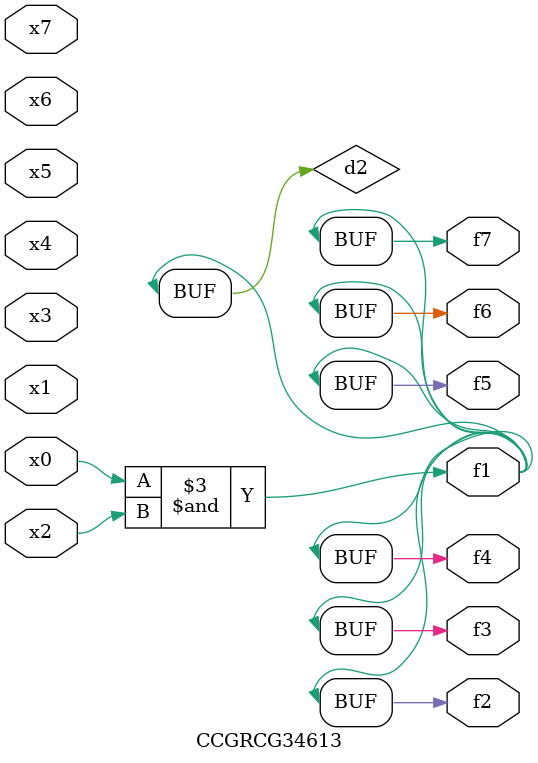
<source format=v>
module CCGRCG34613(
	input x0, x1, x2, x3, x4, x5, x6, x7,
	output f1, f2, f3, f4, f5, f6, f7
);

	wire d1, d2;

	nor (d1, x3, x6);
	and (d2, x0, x2);
	assign f1 = d2;
	assign f2 = d2;
	assign f3 = d2;
	assign f4 = d2;
	assign f5 = d2;
	assign f6 = d2;
	assign f7 = d2;
endmodule

</source>
